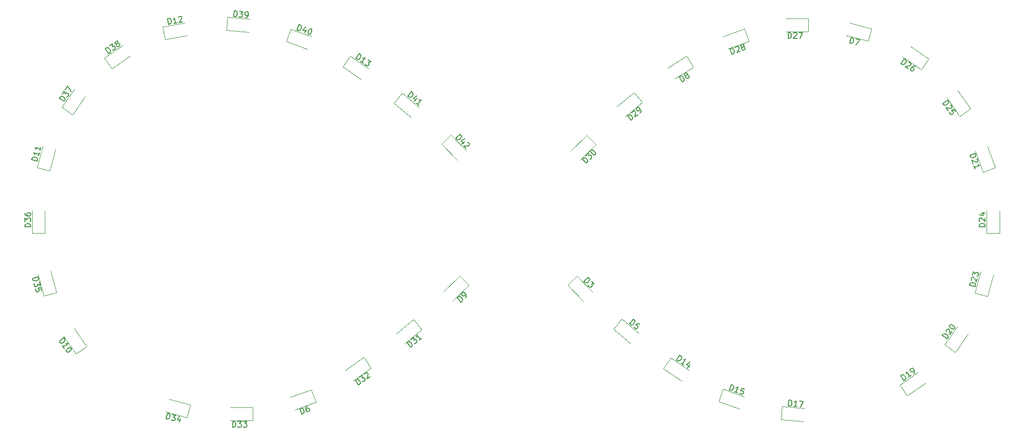
<source format=gbr>
%TF.GenerationSoftware,KiCad,Pcbnew,8.0.1*%
%TF.CreationDate,2024-06-21T13:13:52-04:00*%
%TF.ProjectId,CHV_DC32,4348565f-4443-4333-922e-6b696361645f,rev?*%
%TF.SameCoordinates,Original*%
%TF.FileFunction,OtherDrawing,Comment*%
%FSLAX46Y46*%
G04 Gerber Fmt 4.6, Leading zero omitted, Abs format (unit mm)*
G04 Created by KiCad (PCBNEW 8.0.1) date 2024-06-21 13:13:52*
%MOMM*%
%LPD*%
G01*
G04 APERTURE LIST*
%ADD10C,0.150000*%
%ADD11C,0.120000*%
G04 APERTURE END LIST*
D10*
X80144741Y-41403291D02*
X79571165Y-40584139D01*
X79571165Y-40584139D02*
X79766201Y-40447573D01*
X79766201Y-40447573D02*
X79910536Y-40404641D01*
X79910536Y-40404641D02*
X80043177Y-40428029D01*
X80043177Y-40428029D02*
X80136810Y-40478731D01*
X80136810Y-40478731D02*
X80285070Y-40607446D01*
X80285070Y-40607446D02*
X80367010Y-40724468D01*
X80367010Y-40724468D02*
X80437255Y-40907810D01*
X80437255Y-40907810D02*
X80452874Y-41013138D01*
X80452874Y-41013138D02*
X80429486Y-41145779D01*
X80429486Y-41145779D02*
X80339778Y-41266725D01*
X80339778Y-41266725D02*
X80144741Y-41403291D01*
X80312302Y-40065189D02*
X80819397Y-39710118D01*
X80819397Y-39710118D02*
X80764851Y-40213368D01*
X80764851Y-40213368D02*
X80881873Y-40131428D01*
X80881873Y-40131428D02*
X80987201Y-40115809D01*
X80987201Y-40115809D02*
X81053521Y-40127503D01*
X81053521Y-40127503D02*
X81147155Y-40178205D01*
X81147155Y-40178205D02*
X81283720Y-40373241D01*
X81283720Y-40373241D02*
X81299339Y-40478569D01*
X81299339Y-40478569D02*
X81287645Y-40544889D01*
X81287645Y-40544889D02*
X81236944Y-40638523D01*
X81236944Y-40638523D02*
X81002901Y-40802402D01*
X81002901Y-40802402D02*
X80897573Y-40818021D01*
X80897573Y-40818021D02*
X80831253Y-40806327D01*
X81533302Y-39733425D02*
X81427974Y-39749044D01*
X81427974Y-39749044D02*
X81361654Y-39737350D01*
X81361654Y-39737350D02*
X81268020Y-39686649D01*
X81268020Y-39686649D02*
X81240707Y-39647641D01*
X81240707Y-39647641D02*
X81225088Y-39542314D01*
X81225088Y-39542314D02*
X81236782Y-39475993D01*
X81236782Y-39475993D02*
X81287483Y-39382360D01*
X81287483Y-39382360D02*
X81443512Y-39273107D01*
X81443512Y-39273107D02*
X81548840Y-39257488D01*
X81548840Y-39257488D02*
X81615161Y-39269182D01*
X81615161Y-39269182D02*
X81708794Y-39319884D01*
X81708794Y-39319884D02*
X81736107Y-39358891D01*
X81736107Y-39358891D02*
X81751726Y-39464218D01*
X81751726Y-39464218D02*
X81740032Y-39530539D01*
X81740032Y-39530539D02*
X81689331Y-39624172D01*
X81689331Y-39624172D02*
X81533302Y-39733425D01*
X81533302Y-39733425D02*
X81482601Y-39827059D01*
X81482601Y-39827059D02*
X81470907Y-39893379D01*
X81470907Y-39893379D02*
X81486526Y-39998707D01*
X81486526Y-39998707D02*
X81595778Y-40154736D01*
X81595778Y-40154736D02*
X81689412Y-40205437D01*
X81689412Y-40205437D02*
X81755732Y-40217131D01*
X81755732Y-40217131D02*
X81861060Y-40201512D01*
X81861060Y-40201512D02*
X82017089Y-40092259D01*
X82017089Y-40092259D02*
X82067790Y-39998626D01*
X82067790Y-39998626D02*
X82079484Y-39932305D01*
X82079484Y-39932305D02*
X82063865Y-39826978D01*
X82063865Y-39826978D02*
X81954613Y-39670949D01*
X81954613Y-39670949D02*
X81860979Y-39620247D01*
X81860979Y-39620247D02*
X81794659Y-39608553D01*
X81794659Y-39608553D02*
X81689331Y-39624172D01*
X217900532Y-43166937D02*
X218474109Y-42347785D01*
X218474109Y-42347785D02*
X218669145Y-42484351D01*
X218669145Y-42484351D02*
X218758854Y-42605297D01*
X218758854Y-42605297D02*
X218782242Y-42737938D01*
X218782242Y-42737938D02*
X218766623Y-42843266D01*
X218766623Y-42843266D02*
X218696377Y-43026608D01*
X218696377Y-43026608D02*
X218614438Y-43143630D01*
X218614438Y-43143630D02*
X218466178Y-43272345D01*
X218466178Y-43272345D02*
X218372544Y-43323047D01*
X218372544Y-43323047D02*
X218239903Y-43346435D01*
X218239903Y-43346435D02*
X218095569Y-43303503D01*
X218095569Y-43303503D02*
X217900532Y-43166937D01*
X219199627Y-42972062D02*
X219265948Y-42960368D01*
X219265948Y-42960368D02*
X219371275Y-42975987D01*
X219371275Y-42975987D02*
X219566312Y-43112553D01*
X219566312Y-43112553D02*
X219617013Y-43206187D01*
X219617013Y-43206187D02*
X219628707Y-43272507D01*
X219628707Y-43272507D02*
X219613088Y-43377835D01*
X219613088Y-43377835D02*
X219558461Y-43455849D01*
X219558461Y-43455849D02*
X219437515Y-43545558D01*
X219437515Y-43545558D02*
X218641670Y-43685887D01*
X218641670Y-43685887D02*
X219148764Y-44040958D01*
X220424471Y-43713443D02*
X220268442Y-43604190D01*
X220268442Y-43604190D02*
X220163114Y-43588571D01*
X220163114Y-43588571D02*
X220096794Y-43600265D01*
X220096794Y-43600265D02*
X219936840Y-43662661D01*
X219936840Y-43662661D02*
X219788580Y-43791376D01*
X219788580Y-43791376D02*
X219570075Y-44103434D01*
X219570075Y-44103434D02*
X219554456Y-44208762D01*
X219554456Y-44208762D02*
X219566150Y-44275082D01*
X219566150Y-44275082D02*
X219616851Y-44368716D01*
X219616851Y-44368716D02*
X219772880Y-44477969D01*
X219772880Y-44477969D02*
X219878208Y-44493588D01*
X219878208Y-44493588D02*
X219944528Y-44481894D01*
X219944528Y-44481894D02*
X220038162Y-44431192D01*
X220038162Y-44431192D02*
X220174727Y-44236156D01*
X220174727Y-44236156D02*
X220190346Y-44130828D01*
X220190346Y-44130828D02*
X220178652Y-44064508D01*
X220178652Y-44064508D02*
X220127951Y-43970875D01*
X220127951Y-43970875D02*
X219971922Y-43861622D01*
X219971922Y-43861622D02*
X219866594Y-43846003D01*
X219866594Y-43846003D02*
X219800274Y-43857697D01*
X219800274Y-43857697D02*
X219706640Y-43908398D01*
X112900864Y-37326837D02*
X113242884Y-36387145D01*
X113242884Y-36387145D02*
X113466620Y-36468578D01*
X113466620Y-36468578D02*
X113584575Y-36562185D01*
X113584575Y-36562185D02*
X113641497Y-36684253D01*
X113641497Y-36684253D02*
X113653671Y-36790035D01*
X113653671Y-36790035D02*
X113633271Y-36985310D01*
X113633271Y-36985310D02*
X113584411Y-37119552D01*
X113584411Y-37119552D02*
X113474517Y-37282254D01*
X113474517Y-37282254D02*
X113397197Y-37355462D01*
X113397197Y-37355462D02*
X113275129Y-37412384D01*
X113275129Y-37412384D02*
X113124600Y-37408271D01*
X113124600Y-37408271D02*
X112900864Y-37326837D01*
X114471295Y-37188976D02*
X114243282Y-37815438D01*
X114377852Y-36749564D02*
X113909816Y-37339340D01*
X113909816Y-37339340D02*
X114491530Y-37551067D01*
X115256511Y-37120045D02*
X115346006Y-37152618D01*
X115346006Y-37152618D02*
X115419213Y-37229939D01*
X115419213Y-37229939D02*
X115447674Y-37290973D01*
X115447674Y-37290973D02*
X115459848Y-37396754D01*
X115459848Y-37396754D02*
X115439449Y-37592030D01*
X115439449Y-37592030D02*
X115358015Y-37815766D01*
X115358015Y-37815766D02*
X115248121Y-37978469D01*
X115248121Y-37978469D02*
X115170801Y-38051677D01*
X115170801Y-38051677D02*
X115109767Y-38080137D01*
X115109767Y-38080137D02*
X115003985Y-38092311D01*
X115003985Y-38092311D02*
X114914491Y-38059738D01*
X114914491Y-38059738D02*
X114841283Y-37982417D01*
X114841283Y-37982417D02*
X114812822Y-37921383D01*
X114812822Y-37921383D02*
X114800649Y-37815602D01*
X114800649Y-37815602D02*
X114821048Y-37620326D01*
X114821048Y-37620326D02*
X114902481Y-37396590D01*
X114902481Y-37396590D02*
X115012375Y-37233887D01*
X115012375Y-37233887D02*
X115089696Y-37160680D01*
X115089696Y-37160680D02*
X115150730Y-37132219D01*
X115150730Y-37132219D02*
X115256511Y-37120045D01*
X208973288Y-39581273D02*
X209232107Y-38615347D01*
X209232107Y-38615347D02*
X209462089Y-38676971D01*
X209462089Y-38676971D02*
X209587754Y-38759941D01*
X209587754Y-38759941D02*
X209655097Y-38876584D01*
X209655097Y-38876584D02*
X209676444Y-38980901D01*
X209676444Y-38980901D02*
X209673142Y-39177212D01*
X209673142Y-39177212D02*
X209636168Y-39315201D01*
X209636168Y-39315201D02*
X209540873Y-39486863D01*
X209540873Y-39486863D02*
X209470227Y-39566531D01*
X209470227Y-39566531D02*
X209353584Y-39633874D01*
X209353584Y-39633874D02*
X209203270Y-39642897D01*
X209203270Y-39642897D02*
X208973288Y-39581273D01*
X210106040Y-38849517D02*
X210749990Y-39022063D01*
X210749990Y-39022063D02*
X210077203Y-39877066D01*
X225935223Y-91061649D02*
X225116071Y-90488072D01*
X225116071Y-90488072D02*
X225252637Y-90293036D01*
X225252637Y-90293036D02*
X225373583Y-90203327D01*
X225373583Y-90203327D02*
X225506224Y-90179939D01*
X225506224Y-90179939D02*
X225611552Y-90195558D01*
X225611552Y-90195558D02*
X225794894Y-90265804D01*
X225794894Y-90265804D02*
X225911916Y-90347743D01*
X225911916Y-90347743D02*
X226040631Y-90496003D01*
X226040631Y-90496003D02*
X226091333Y-90589637D01*
X226091333Y-90589637D02*
X226114721Y-90722278D01*
X226114721Y-90722278D02*
X226071789Y-90866612D01*
X226071789Y-90866612D02*
X225935223Y-91061649D01*
X225740348Y-89762554D02*
X225728654Y-89696233D01*
X225728654Y-89696233D02*
X225744273Y-89590906D01*
X225744273Y-89590906D02*
X225880839Y-89395869D01*
X225880839Y-89395869D02*
X225974473Y-89345168D01*
X225974473Y-89345168D02*
X226040793Y-89333474D01*
X226040793Y-89333474D02*
X226146121Y-89349093D01*
X226146121Y-89349093D02*
X226224135Y-89403720D01*
X226224135Y-89403720D02*
X226313844Y-89524666D01*
X226313844Y-89524666D02*
X226454173Y-90320511D01*
X226454173Y-90320511D02*
X226809244Y-89813417D01*
X226345163Y-88732746D02*
X226399789Y-88654732D01*
X226399789Y-88654732D02*
X226493423Y-88604031D01*
X226493423Y-88604031D02*
X226559743Y-88592336D01*
X226559743Y-88592336D02*
X226665071Y-88607956D01*
X226665071Y-88607956D02*
X226848413Y-88678201D01*
X226848413Y-88678201D02*
X227043449Y-88814767D01*
X227043449Y-88814767D02*
X227172165Y-88963027D01*
X227172165Y-88963027D02*
X227222866Y-89056660D01*
X227222866Y-89056660D02*
X227234561Y-89122981D01*
X227234561Y-89122981D02*
X227218941Y-89228308D01*
X227218941Y-89228308D02*
X227164315Y-89306323D01*
X227164315Y-89306323D02*
X227070682Y-89357024D01*
X227070682Y-89357024D02*
X227004361Y-89368718D01*
X227004361Y-89368718D02*
X226899034Y-89353099D01*
X226899034Y-89353099D02*
X226715691Y-89282854D01*
X226715691Y-89282854D02*
X226520655Y-89146288D01*
X226520655Y-89146288D02*
X226391939Y-88998028D01*
X226391939Y-88998028D02*
X226341238Y-88904394D01*
X226341238Y-88904394D02*
X226329544Y-88838074D01*
X226329544Y-88838074D02*
X226345163Y-88732746D01*
X162793416Y-81087759D02*
X163500523Y-80380653D01*
X163500523Y-80380653D02*
X163668882Y-80549011D01*
X163668882Y-80549011D02*
X163736225Y-80683698D01*
X163736225Y-80683698D02*
X163736225Y-80818385D01*
X163736225Y-80818385D02*
X163702553Y-80919401D01*
X163702553Y-80919401D02*
X163601538Y-81087759D01*
X163601538Y-81087759D02*
X163500523Y-81188775D01*
X163500523Y-81188775D02*
X163332164Y-81289790D01*
X163332164Y-81289790D02*
X163231149Y-81323462D01*
X163231149Y-81323462D02*
X163096462Y-81323462D01*
X163096462Y-81323462D02*
X162961775Y-81256118D01*
X162961775Y-81256118D02*
X162793416Y-81087759D01*
X164140286Y-81020416D02*
X164578019Y-81458149D01*
X164578019Y-81458149D02*
X164072943Y-81491820D01*
X164072943Y-81491820D02*
X164173958Y-81592836D01*
X164173958Y-81592836D02*
X164207630Y-81693851D01*
X164207630Y-81693851D02*
X164207630Y-81761194D01*
X164207630Y-81761194D02*
X164173958Y-81862210D01*
X164173958Y-81862210D02*
X164005599Y-82030568D01*
X164005599Y-82030568D02*
X163904584Y-82064240D01*
X163904584Y-82064240D02*
X163837240Y-82064240D01*
X163837240Y-82064240D02*
X163736225Y-82030568D01*
X163736225Y-82030568D02*
X163534195Y-81828538D01*
X163534195Y-81828538D02*
X163500523Y-81727523D01*
X163500523Y-81727523D02*
X163500523Y-81660179D01*
X123138350Y-42260223D02*
X123711927Y-41441071D01*
X123711927Y-41441071D02*
X123906963Y-41577637D01*
X123906963Y-41577637D02*
X123996672Y-41698583D01*
X123996672Y-41698583D02*
X124020060Y-41831224D01*
X124020060Y-41831224D02*
X124004441Y-41936552D01*
X124004441Y-41936552D02*
X123934195Y-42119894D01*
X123934195Y-42119894D02*
X123852256Y-42236916D01*
X123852256Y-42236916D02*
X123703996Y-42365631D01*
X123703996Y-42365631D02*
X123610362Y-42416333D01*
X123610362Y-42416333D02*
X123477721Y-42439721D01*
X123477721Y-42439721D02*
X123333387Y-42396789D01*
X123333387Y-42396789D02*
X123138350Y-42260223D01*
X124386582Y-43134244D02*
X123918495Y-42806486D01*
X124152539Y-42970365D02*
X124726115Y-42151213D01*
X124726115Y-42151213D02*
X124566161Y-42213608D01*
X124566161Y-42213608D02*
X124433520Y-42236997D01*
X124433520Y-42236997D02*
X124328193Y-42221377D01*
X125233209Y-42506284D02*
X125740303Y-42861355D01*
X125740303Y-42861355D02*
X125248747Y-42982221D01*
X125248747Y-42982221D02*
X125365769Y-43064161D01*
X125365769Y-43064161D02*
X125416470Y-43157794D01*
X125416470Y-43157794D02*
X125428164Y-43224114D01*
X125428164Y-43224114D02*
X125412545Y-43329442D01*
X125412545Y-43329442D02*
X125275980Y-43524478D01*
X125275980Y-43524478D02*
X125182346Y-43575180D01*
X125182346Y-43575180D02*
X125116026Y-43586874D01*
X125116026Y-43586874D02*
X125010698Y-43571255D01*
X125010698Y-43571255D02*
X124776654Y-43407376D01*
X124776654Y-43407376D02*
X124725953Y-43313742D01*
X124725953Y-43313742D02*
X124714259Y-43247422D01*
X66876066Y-80538560D02*
X67841992Y-80279741D01*
X67841992Y-80279741D02*
X67903615Y-80509724D01*
X67903615Y-80509724D02*
X67894593Y-80660038D01*
X67894593Y-80660038D02*
X67827249Y-80776680D01*
X67827249Y-80776680D02*
X67747581Y-80847326D01*
X67747581Y-80847326D02*
X67575920Y-80942621D01*
X67575920Y-80942621D02*
X67437931Y-80979596D01*
X67437931Y-80979596D02*
X67241620Y-80982898D01*
X67241620Y-80982898D02*
X67137302Y-80961551D01*
X67137302Y-80961551D02*
X67020660Y-80894207D01*
X67020660Y-80894207D02*
X66937689Y-80768543D01*
X66937689Y-80768543D02*
X66876066Y-80538560D01*
X68076161Y-81153674D02*
X68236383Y-81751628D01*
X68236383Y-81751628D02*
X67782138Y-81528251D01*
X67782138Y-81528251D02*
X67819112Y-81666240D01*
X67819112Y-81666240D02*
X67797765Y-81770558D01*
X67797765Y-81770558D02*
X67764093Y-81828879D01*
X67764093Y-81828879D02*
X67684425Y-81899525D01*
X67684425Y-81899525D02*
X67454443Y-81961148D01*
X67454443Y-81961148D02*
X67350125Y-81939801D01*
X67350125Y-81939801D02*
X67291804Y-81906130D01*
X67291804Y-81906130D02*
X67221158Y-81826461D01*
X67221158Y-81826461D02*
X67147210Y-81550483D01*
X67147210Y-81550483D02*
X67168557Y-81446165D01*
X67168557Y-81446165D02*
X67202228Y-81387844D01*
X68470552Y-82625561D02*
X68347305Y-82165597D01*
X68347305Y-82165597D02*
X67875016Y-82242847D01*
X67875016Y-82242847D02*
X67933337Y-82276519D01*
X67933337Y-82276519D02*
X68003983Y-82356187D01*
X68003983Y-82356187D02*
X68065606Y-82586170D01*
X68065606Y-82586170D02*
X68044259Y-82690487D01*
X68044259Y-82690487D02*
X68010587Y-82748808D01*
X68010587Y-82748808D02*
X67930919Y-82819454D01*
X67930919Y-82819454D02*
X67700937Y-82881078D01*
X67700937Y-82881078D02*
X67596619Y-82859731D01*
X67596619Y-82859731D02*
X67538298Y-82826059D01*
X67538298Y-82826059D02*
X67467652Y-82746391D01*
X67467652Y-82746391D02*
X67406029Y-82516409D01*
X67406029Y-82516409D02*
X67427376Y-82412091D01*
X67427376Y-82412091D02*
X67461047Y-82353770D01*
X132657028Y-92523140D02*
X132014240Y-91757096D01*
X132014240Y-91757096D02*
X132196632Y-91604051D01*
X132196632Y-91604051D02*
X132336675Y-91548702D01*
X132336675Y-91548702D02*
X132470850Y-91560441D01*
X132470850Y-91560441D02*
X132568546Y-91602789D01*
X132568546Y-91602789D02*
X132727460Y-91718093D01*
X132727460Y-91718093D02*
X132819287Y-91827528D01*
X132819287Y-91827528D02*
X132905244Y-92004050D01*
X132905244Y-92004050D02*
X132929984Y-92107616D01*
X132929984Y-92107616D02*
X132918245Y-92241790D01*
X132918245Y-92241790D02*
X132839419Y-92370095D01*
X132839419Y-92370095D02*
X132657028Y-92523140D01*
X132707328Y-91175526D02*
X133181546Y-90777610D01*
X133181546Y-90777610D02*
X133171069Y-91283699D01*
X133171069Y-91283699D02*
X133280504Y-91191872D01*
X133280504Y-91191872D02*
X133384070Y-91167132D01*
X133384070Y-91167132D02*
X133451157Y-91173002D01*
X133451157Y-91173002D02*
X133548853Y-91215349D01*
X133548853Y-91215349D02*
X133701898Y-91397741D01*
X133701898Y-91397741D02*
X133726637Y-91501306D01*
X133726637Y-91501306D02*
X133720768Y-91568394D01*
X133720768Y-91568394D02*
X133678420Y-91666090D01*
X133678420Y-91666090D02*
X133459550Y-91849743D01*
X133459550Y-91849743D02*
X133355985Y-91874483D01*
X133355985Y-91874483D02*
X133288898Y-91868614D01*
X134553900Y-90931475D02*
X134116160Y-91298783D01*
X134335030Y-91115129D02*
X133692242Y-90349085D01*
X133692242Y-90349085D02*
X133711112Y-90519737D01*
X133711112Y-90519737D02*
X133699374Y-90653912D01*
X133699374Y-90653912D02*
X133657026Y-90751608D01*
X232534819Y-71564285D02*
X231534819Y-71564285D01*
X231534819Y-71564285D02*
X231534819Y-71326190D01*
X231534819Y-71326190D02*
X231582438Y-71183333D01*
X231582438Y-71183333D02*
X231677676Y-71088095D01*
X231677676Y-71088095D02*
X231772914Y-71040476D01*
X231772914Y-71040476D02*
X231963390Y-70992857D01*
X231963390Y-70992857D02*
X232106247Y-70992857D01*
X232106247Y-70992857D02*
X232296723Y-71040476D01*
X232296723Y-71040476D02*
X232391961Y-71088095D01*
X232391961Y-71088095D02*
X232487200Y-71183333D01*
X232487200Y-71183333D02*
X232534819Y-71326190D01*
X232534819Y-71326190D02*
X232534819Y-71564285D01*
X231630057Y-70611904D02*
X231582438Y-70564285D01*
X231582438Y-70564285D02*
X231534819Y-70469047D01*
X231534819Y-70469047D02*
X231534819Y-70230952D01*
X231534819Y-70230952D02*
X231582438Y-70135714D01*
X231582438Y-70135714D02*
X231630057Y-70088095D01*
X231630057Y-70088095D02*
X231725295Y-70040476D01*
X231725295Y-70040476D02*
X231820533Y-70040476D01*
X231820533Y-70040476D02*
X231963390Y-70088095D01*
X231963390Y-70088095D02*
X232534819Y-70659523D01*
X232534819Y-70659523D02*
X232534819Y-70040476D01*
X231868152Y-69183333D02*
X232534819Y-69183333D01*
X231487200Y-69421428D02*
X232201485Y-69659523D01*
X232201485Y-69659523D02*
X232201485Y-69040476D01*
X141436627Y-84655451D02*
X140729521Y-83948344D01*
X140729521Y-83948344D02*
X140897879Y-83779985D01*
X140897879Y-83779985D02*
X141032566Y-83712642D01*
X141032566Y-83712642D02*
X141167253Y-83712642D01*
X141167253Y-83712642D02*
X141268269Y-83746314D01*
X141268269Y-83746314D02*
X141436627Y-83847329D01*
X141436627Y-83847329D02*
X141537643Y-83948344D01*
X141537643Y-83948344D02*
X141638658Y-84116703D01*
X141638658Y-84116703D02*
X141672330Y-84217718D01*
X141672330Y-84217718D02*
X141672330Y-84352405D01*
X141672330Y-84352405D02*
X141604986Y-84487092D01*
X141604986Y-84487092D02*
X141436627Y-84655451D01*
X142177406Y-83914672D02*
X142312093Y-83779985D01*
X142312093Y-83779985D02*
X142345765Y-83678970D01*
X142345765Y-83678970D02*
X142345765Y-83611627D01*
X142345765Y-83611627D02*
X142312093Y-83443268D01*
X142312093Y-83443268D02*
X142211078Y-83274909D01*
X142211078Y-83274909D02*
X141941704Y-83005535D01*
X141941704Y-83005535D02*
X141840688Y-82971863D01*
X141840688Y-82971863D02*
X141773345Y-82971863D01*
X141773345Y-82971863D02*
X141672330Y-83005535D01*
X141672330Y-83005535D02*
X141537643Y-83140222D01*
X141537643Y-83140222D02*
X141503971Y-83241237D01*
X141503971Y-83241237D02*
X141503971Y-83308581D01*
X141503971Y-83308581D02*
X141537643Y-83409596D01*
X141537643Y-83409596D02*
X141706001Y-83577955D01*
X141706001Y-83577955D02*
X141807017Y-83611627D01*
X141807017Y-83611627D02*
X141874360Y-83611627D01*
X141874360Y-83611627D02*
X141975375Y-83577955D01*
X141975375Y-83577955D02*
X142110062Y-83443268D01*
X142110062Y-83443268D02*
X142143734Y-83342253D01*
X142143734Y-83342253D02*
X142143734Y-83274909D01*
X142143734Y-83274909D02*
X142110062Y-83173894D01*
X90111027Y-104945679D02*
X90369846Y-103979753D01*
X90369846Y-103979753D02*
X90599828Y-104041376D01*
X90599828Y-104041376D02*
X90725493Y-104124347D01*
X90725493Y-104124347D02*
X90792836Y-104240989D01*
X90792836Y-104240989D02*
X90814183Y-104345307D01*
X90814183Y-104345307D02*
X90810881Y-104541618D01*
X90810881Y-104541618D02*
X90773907Y-104679607D01*
X90773907Y-104679607D02*
X90678611Y-104851268D01*
X90678611Y-104851268D02*
X90607966Y-104930936D01*
X90607966Y-104930936D02*
X90491323Y-104998280D01*
X90491323Y-104998280D02*
X90341009Y-105007302D01*
X90341009Y-105007302D02*
X90111027Y-104945679D01*
X91243779Y-104213922D02*
X91841733Y-104374144D01*
X91841733Y-104374144D02*
X91421160Y-104655843D01*
X91421160Y-104655843D02*
X91559149Y-104692817D01*
X91559149Y-104692817D02*
X91638817Y-104763463D01*
X91638817Y-104763463D02*
X91672489Y-104821784D01*
X91672489Y-104821784D02*
X91693836Y-104926101D01*
X91693836Y-104926101D02*
X91632213Y-105156084D01*
X91632213Y-105156084D02*
X91561567Y-105235752D01*
X91561567Y-105235752D02*
X91503245Y-105269424D01*
X91503245Y-105269424D02*
X91398928Y-105290771D01*
X91398928Y-105290771D02*
X91122949Y-105216822D01*
X91122949Y-105216822D02*
X91043281Y-105146177D01*
X91043281Y-105146177D02*
X91009609Y-105087855D01*
X92583396Y-104917964D02*
X92410850Y-105561915D01*
X92452012Y-104488369D02*
X92037158Y-105116692D01*
X92037158Y-105116692D02*
X92635113Y-105276913D01*
X225193098Y-50106910D02*
X226012250Y-49533334D01*
X226012250Y-49533334D02*
X226148816Y-49728370D01*
X226148816Y-49728370D02*
X226191748Y-49872705D01*
X226191748Y-49872705D02*
X226168360Y-50005346D01*
X226168360Y-50005346D02*
X226117658Y-50098979D01*
X226117658Y-50098979D02*
X225988943Y-50247239D01*
X225988943Y-50247239D02*
X225871921Y-50329179D01*
X225871921Y-50329179D02*
X225688579Y-50399424D01*
X225688579Y-50399424D02*
X225583251Y-50415043D01*
X225583251Y-50415043D02*
X225450610Y-50391655D01*
X225450610Y-50391655D02*
X225329664Y-50301947D01*
X225329664Y-50301947D02*
X225193098Y-50106910D01*
X226480499Y-50368105D02*
X226546819Y-50379799D01*
X226546819Y-50379799D02*
X226640453Y-50430500D01*
X226640453Y-50430500D02*
X226777018Y-50625537D01*
X226777018Y-50625537D02*
X226792638Y-50730864D01*
X226792638Y-50730864D02*
X226780943Y-50797185D01*
X226780943Y-50797185D02*
X226730242Y-50890818D01*
X226730242Y-50890818D02*
X226652228Y-50945445D01*
X226652228Y-50945445D02*
X226507893Y-50988377D01*
X226507893Y-50988377D02*
X225712048Y-50848048D01*
X225712048Y-50848048D02*
X226067119Y-51355142D01*
X227405221Y-51522703D02*
X227132090Y-51132631D01*
X227132090Y-51132631D02*
X226714704Y-51366755D01*
X226714704Y-51366755D02*
X226781024Y-51378449D01*
X226781024Y-51378449D02*
X226874658Y-51429151D01*
X226874658Y-51429151D02*
X227011224Y-51624187D01*
X227011224Y-51624187D02*
X227026843Y-51729514D01*
X227026843Y-51729514D02*
X227015149Y-51795835D01*
X227015149Y-51795835D02*
X226964448Y-51889468D01*
X226964448Y-51889468D02*
X226769411Y-52026034D01*
X226769411Y-52026034D02*
X226664084Y-52041653D01*
X226664084Y-52041653D02*
X226597763Y-52029959D01*
X226597763Y-52029959D02*
X226504130Y-51979258D01*
X226504130Y-51979258D02*
X226367564Y-51784222D01*
X226367564Y-51784222D02*
X226351945Y-51678894D01*
X226351945Y-51678894D02*
X226363639Y-51612574D01*
X90542100Y-36341417D02*
X90368452Y-35356610D01*
X90368452Y-35356610D02*
X90602930Y-35315265D01*
X90602930Y-35315265D02*
X90751886Y-35337354D01*
X90751886Y-35337354D02*
X90862215Y-35414607D01*
X90862215Y-35414607D02*
X90925648Y-35500129D01*
X90925648Y-35500129D02*
X91005620Y-35679443D01*
X91005620Y-35679443D02*
X91030427Y-35820129D01*
X91030427Y-35820129D02*
X91016607Y-36015981D01*
X91016607Y-36015981D02*
X90986249Y-36118041D01*
X90986249Y-36118041D02*
X90908996Y-36228370D01*
X90908996Y-36228370D02*
X90776578Y-36300073D01*
X90776578Y-36300073D02*
X90542100Y-36341417D01*
X92042759Y-36076811D02*
X91480012Y-36176038D01*
X91761386Y-36126424D02*
X91587738Y-35141617D01*
X91587738Y-35141617D02*
X91518753Y-35298841D01*
X91518753Y-35298841D02*
X91441500Y-35409170D01*
X91441500Y-35409170D02*
X91355978Y-35472604D01*
X92260814Y-35119642D02*
X92299441Y-35064478D01*
X92299441Y-35064478D02*
X92384963Y-35001044D01*
X92384963Y-35001044D02*
X92619441Y-34959699D01*
X92619441Y-34959699D02*
X92721501Y-34990057D01*
X92721501Y-34990057D02*
X92776666Y-35028684D01*
X92776666Y-35028684D02*
X92840099Y-35114206D01*
X92840099Y-35114206D02*
X92856637Y-35207997D01*
X92856637Y-35207997D02*
X92834548Y-35356953D01*
X92834548Y-35356953D02*
X92371029Y-36018928D01*
X92371029Y-36018928D02*
X92980672Y-35911431D01*
X72385223Y-49761649D02*
X71566071Y-49188072D01*
X71566071Y-49188072D02*
X71702637Y-48993036D01*
X71702637Y-48993036D02*
X71823583Y-48903327D01*
X71823583Y-48903327D02*
X71956224Y-48879939D01*
X71956224Y-48879939D02*
X72061552Y-48895558D01*
X72061552Y-48895558D02*
X72244894Y-48965804D01*
X72244894Y-48965804D02*
X72361916Y-49047743D01*
X72361916Y-49047743D02*
X72490631Y-49196003D01*
X72490631Y-49196003D02*
X72541333Y-49289637D01*
X72541333Y-49289637D02*
X72564721Y-49422278D01*
X72564721Y-49422278D02*
X72521789Y-49566612D01*
X72521789Y-49566612D02*
X72385223Y-49761649D01*
X72085021Y-48446935D02*
X72440092Y-47939841D01*
X72440092Y-47939841D02*
X72560958Y-48431397D01*
X72560958Y-48431397D02*
X72642897Y-48314375D01*
X72642897Y-48314375D02*
X72736531Y-48263673D01*
X72736531Y-48263673D02*
X72802851Y-48251979D01*
X72802851Y-48251979D02*
X72908179Y-48267598D01*
X72908179Y-48267598D02*
X73103215Y-48404164D01*
X73103215Y-48404164D02*
X73153916Y-48497798D01*
X73153916Y-48497798D02*
X73165610Y-48564118D01*
X73165610Y-48564118D02*
X73149991Y-48669446D01*
X73149991Y-48669446D02*
X72986112Y-48903489D01*
X72986112Y-48903489D02*
X72892479Y-48954191D01*
X72892479Y-48954191D02*
X72826158Y-48965885D01*
X72631284Y-47666790D02*
X73013668Y-47120688D01*
X73013668Y-47120688D02*
X73587002Y-48045330D01*
X163174909Y-60517169D02*
X162467803Y-59810062D01*
X162467803Y-59810062D02*
X162636161Y-59641703D01*
X162636161Y-59641703D02*
X162770848Y-59574360D01*
X162770848Y-59574360D02*
X162905535Y-59574360D01*
X162905535Y-59574360D02*
X163006551Y-59608032D01*
X163006551Y-59608032D02*
X163174909Y-59709047D01*
X163174909Y-59709047D02*
X163275925Y-59810062D01*
X163275925Y-59810062D02*
X163376940Y-59978421D01*
X163376940Y-59978421D02*
X163410612Y-60079436D01*
X163410612Y-60079436D02*
X163410612Y-60214123D01*
X163410612Y-60214123D02*
X163343268Y-60348810D01*
X163343268Y-60348810D02*
X163174909Y-60517169D01*
X163107566Y-59170299D02*
X163545299Y-58732566D01*
X163545299Y-58732566D02*
X163578970Y-59237642D01*
X163578970Y-59237642D02*
X163679986Y-59136627D01*
X163679986Y-59136627D02*
X163781001Y-59102955D01*
X163781001Y-59102955D02*
X163848344Y-59102955D01*
X163848344Y-59102955D02*
X163949360Y-59136627D01*
X163949360Y-59136627D02*
X164117718Y-59304986D01*
X164117718Y-59304986D02*
X164151390Y-59406001D01*
X164151390Y-59406001D02*
X164151390Y-59473345D01*
X164151390Y-59473345D02*
X164117718Y-59574360D01*
X164117718Y-59574360D02*
X163915688Y-59776390D01*
X163915688Y-59776390D02*
X163814673Y-59810062D01*
X163814673Y-59810062D02*
X163747329Y-59810062D01*
X163983032Y-58294833D02*
X164050375Y-58227490D01*
X164050375Y-58227490D02*
X164151390Y-58193818D01*
X164151390Y-58193818D02*
X164218734Y-58193818D01*
X164218734Y-58193818D02*
X164319749Y-58227490D01*
X164319749Y-58227490D02*
X164488108Y-58328505D01*
X164488108Y-58328505D02*
X164656467Y-58496864D01*
X164656467Y-58496864D02*
X164757482Y-58665222D01*
X164757482Y-58665222D02*
X164791154Y-58766238D01*
X164791154Y-58766238D02*
X164791154Y-58833581D01*
X164791154Y-58833581D02*
X164757482Y-58934596D01*
X164757482Y-58934596D02*
X164690138Y-59001940D01*
X164690138Y-59001940D02*
X164589123Y-59035612D01*
X164589123Y-59035612D02*
X164521780Y-59035612D01*
X164521780Y-59035612D02*
X164420764Y-59001940D01*
X164420764Y-59001940D02*
X164252406Y-58900925D01*
X164252406Y-58900925D02*
X164084047Y-58732566D01*
X164084047Y-58732566D02*
X163983032Y-58564207D01*
X163983032Y-58564207D02*
X163949360Y-58463192D01*
X163949360Y-58463192D02*
X163949360Y-58395848D01*
X163949360Y-58395848D02*
X163983032Y-58294833D01*
X113709452Y-104140075D02*
X113367431Y-103200382D01*
X113367431Y-103200382D02*
X113591168Y-103118949D01*
X113591168Y-103118949D02*
X113741696Y-103114836D01*
X113741696Y-103114836D02*
X113863764Y-103171757D01*
X113863764Y-103171757D02*
X113941085Y-103244965D01*
X113941085Y-103244965D02*
X114050979Y-103407668D01*
X114050979Y-103407668D02*
X114099839Y-103541909D01*
X114099839Y-103541909D02*
X114120238Y-103737185D01*
X114120238Y-103737185D02*
X114108064Y-103842966D01*
X114108064Y-103842966D02*
X114051143Y-103965034D01*
X114051143Y-103965034D02*
X113933188Y-104058642D01*
X113933188Y-104058642D02*
X113709452Y-104140075D01*
X114709849Y-102711782D02*
X114530860Y-102776929D01*
X114530860Y-102776929D02*
X114457653Y-102854249D01*
X114457653Y-102854249D02*
X114429192Y-102915283D01*
X114429192Y-102915283D02*
X114388557Y-103082098D01*
X114388557Y-103082098D02*
X114408957Y-103277374D01*
X114408957Y-103277374D02*
X114539250Y-103635352D01*
X114539250Y-103635352D02*
X114616571Y-103708560D01*
X114616571Y-103708560D02*
X114677605Y-103737021D01*
X114677605Y-103737021D02*
X114783386Y-103749195D01*
X114783386Y-103749195D02*
X114962375Y-103684048D01*
X114962375Y-103684048D02*
X115035583Y-103606727D01*
X115035583Y-103606727D02*
X115064044Y-103545693D01*
X115064044Y-103545693D02*
X115076217Y-103439912D01*
X115076217Y-103439912D02*
X114994784Y-103216176D01*
X114994784Y-103216176D02*
X114917463Y-103142968D01*
X114917463Y-103142968D02*
X114856430Y-103114507D01*
X114856430Y-103114507D02*
X114750648Y-103102334D01*
X114750648Y-103102334D02*
X114571659Y-103167480D01*
X114571659Y-103167480D02*
X114498451Y-103244801D01*
X114498451Y-103244801D02*
X114469991Y-103305835D01*
X114469991Y-103305835D02*
X114457817Y-103411616D01*
X123585097Y-99084908D02*
X123011521Y-98265756D01*
X123011521Y-98265756D02*
X123206557Y-98129190D01*
X123206557Y-98129190D02*
X123350892Y-98086258D01*
X123350892Y-98086258D02*
X123483533Y-98109646D01*
X123483533Y-98109646D02*
X123577166Y-98160348D01*
X123577166Y-98160348D02*
X123725426Y-98289063D01*
X123725426Y-98289063D02*
X123807366Y-98406085D01*
X123807366Y-98406085D02*
X123877611Y-98589427D01*
X123877611Y-98589427D02*
X123893230Y-98694755D01*
X123893230Y-98694755D02*
X123869842Y-98827396D01*
X123869842Y-98827396D02*
X123780134Y-98948342D01*
X123780134Y-98948342D02*
X123585097Y-99084908D01*
X123752658Y-97746806D02*
X124259753Y-97391735D01*
X124259753Y-97391735D02*
X124205207Y-97894985D01*
X124205207Y-97894985D02*
X124322229Y-97813045D01*
X124322229Y-97813045D02*
X124427557Y-97797426D01*
X124427557Y-97797426D02*
X124493877Y-97809120D01*
X124493877Y-97809120D02*
X124587511Y-97859822D01*
X124587511Y-97859822D02*
X124724076Y-98054858D01*
X124724076Y-98054858D02*
X124739695Y-98160186D01*
X124739695Y-98160186D02*
X124728001Y-98226506D01*
X124728001Y-98226506D02*
X124677300Y-98320140D01*
X124677300Y-98320140D02*
X124443257Y-98484019D01*
X124443257Y-98484019D02*
X124337929Y-98499638D01*
X124337929Y-98499638D02*
X124271609Y-98487944D01*
X124626437Y-97251244D02*
X124638131Y-97184924D01*
X124638131Y-97184924D02*
X124688832Y-97091290D01*
X124688832Y-97091290D02*
X124883868Y-96954724D01*
X124883868Y-96954724D02*
X124989196Y-96939105D01*
X124989196Y-96939105D02*
X125055517Y-96950799D01*
X125055517Y-96950799D02*
X125149150Y-97001501D01*
X125149150Y-97001501D02*
X125203776Y-97079515D01*
X125203776Y-97079515D02*
X125246709Y-97223850D01*
X125246709Y-97223850D02*
X125106380Y-98019695D01*
X125106380Y-98019695D02*
X125613474Y-97664624D01*
X66559819Y-71589285D02*
X65559819Y-71589285D01*
X65559819Y-71589285D02*
X65559819Y-71351190D01*
X65559819Y-71351190D02*
X65607438Y-71208333D01*
X65607438Y-71208333D02*
X65702676Y-71113095D01*
X65702676Y-71113095D02*
X65797914Y-71065476D01*
X65797914Y-71065476D02*
X65988390Y-71017857D01*
X65988390Y-71017857D02*
X66131247Y-71017857D01*
X66131247Y-71017857D02*
X66321723Y-71065476D01*
X66321723Y-71065476D02*
X66416961Y-71113095D01*
X66416961Y-71113095D02*
X66512200Y-71208333D01*
X66512200Y-71208333D02*
X66559819Y-71351190D01*
X66559819Y-71351190D02*
X66559819Y-71589285D01*
X65559819Y-70684523D02*
X65559819Y-70065476D01*
X65559819Y-70065476D02*
X65940771Y-70398809D01*
X65940771Y-70398809D02*
X65940771Y-70255952D01*
X65940771Y-70255952D02*
X65988390Y-70160714D01*
X65988390Y-70160714D02*
X66036009Y-70113095D01*
X66036009Y-70113095D02*
X66131247Y-70065476D01*
X66131247Y-70065476D02*
X66369342Y-70065476D01*
X66369342Y-70065476D02*
X66464580Y-70113095D01*
X66464580Y-70113095D02*
X66512200Y-70160714D01*
X66512200Y-70160714D02*
X66559819Y-70255952D01*
X66559819Y-70255952D02*
X66559819Y-70541666D01*
X66559819Y-70541666D02*
X66512200Y-70636904D01*
X66512200Y-70636904D02*
X66464580Y-70684523D01*
X65559819Y-69208333D02*
X65559819Y-69398809D01*
X65559819Y-69398809D02*
X65607438Y-69494047D01*
X65607438Y-69494047D02*
X65655057Y-69541666D01*
X65655057Y-69541666D02*
X65797914Y-69636904D01*
X65797914Y-69636904D02*
X65988390Y-69684523D01*
X65988390Y-69684523D02*
X66369342Y-69684523D01*
X66369342Y-69684523D02*
X66464580Y-69636904D01*
X66464580Y-69636904D02*
X66512200Y-69589285D01*
X66512200Y-69589285D02*
X66559819Y-69494047D01*
X66559819Y-69494047D02*
X66559819Y-69303571D01*
X66559819Y-69303571D02*
X66512200Y-69208333D01*
X66512200Y-69208333D02*
X66464580Y-69160714D01*
X66464580Y-69160714D02*
X66369342Y-69113095D01*
X66369342Y-69113095D02*
X66131247Y-69113095D01*
X66131247Y-69113095D02*
X66036009Y-69160714D01*
X66036009Y-69160714D02*
X65988390Y-69208333D01*
X65988390Y-69208333D02*
X65940771Y-69303571D01*
X65940771Y-69303571D02*
X65940771Y-69494047D01*
X65940771Y-69494047D02*
X65988390Y-69589285D01*
X65988390Y-69589285D02*
X66036009Y-69636904D01*
X66036009Y-69636904D02*
X66131247Y-69684523D01*
X218422279Y-98303194D02*
X217848703Y-97484042D01*
X217848703Y-97484042D02*
X218043739Y-97347476D01*
X218043739Y-97347476D02*
X218188074Y-97304544D01*
X218188074Y-97304544D02*
X218320715Y-97327932D01*
X218320715Y-97327932D02*
X218414348Y-97378634D01*
X218414348Y-97378634D02*
X218562608Y-97507349D01*
X218562608Y-97507349D02*
X218644548Y-97624371D01*
X218644548Y-97624371D02*
X218714793Y-97807713D01*
X218714793Y-97807713D02*
X218730412Y-97913041D01*
X218730412Y-97913041D02*
X218707024Y-98045682D01*
X218707024Y-98045682D02*
X218617316Y-98166628D01*
X218617316Y-98166628D02*
X218422279Y-98303194D01*
X219670511Y-97429173D02*
X219202424Y-97756931D01*
X219436468Y-97593052D02*
X218862891Y-96773900D01*
X218862891Y-96773900D02*
X218866816Y-96945548D01*
X218866816Y-96945548D02*
X218843428Y-97078189D01*
X218843428Y-97078189D02*
X218792727Y-97171822D01*
X220060583Y-97156041D02*
X220216612Y-97046789D01*
X220216612Y-97046789D02*
X220267314Y-96953155D01*
X220267314Y-96953155D02*
X220279008Y-96886835D01*
X220279008Y-96886835D02*
X220275083Y-96715187D01*
X220275083Y-96715187D02*
X220204837Y-96531844D01*
X220204837Y-96531844D02*
X219986332Y-96219787D01*
X219986332Y-96219787D02*
X219892699Y-96169085D01*
X219892699Y-96169085D02*
X219826378Y-96157391D01*
X219826378Y-96157391D02*
X219721050Y-96173010D01*
X219721050Y-96173010D02*
X219565021Y-96282263D01*
X219565021Y-96282263D02*
X219514320Y-96375896D01*
X219514320Y-96375896D02*
X219502626Y-96442217D01*
X219502626Y-96442217D02*
X219518245Y-96547544D01*
X219518245Y-96547544D02*
X219654811Y-96742581D01*
X219654811Y-96742581D02*
X219748445Y-96793282D01*
X219748445Y-96793282D02*
X219814765Y-96804976D01*
X219814765Y-96804976D02*
X219920093Y-96789357D01*
X219920093Y-96789357D02*
X220076122Y-96680104D01*
X220076122Y-96680104D02*
X220126823Y-96586471D01*
X220126823Y-96586471D02*
X220138517Y-96520150D01*
X220138517Y-96520150D02*
X220122898Y-96414823D01*
X179879530Y-46370287D02*
X179349611Y-45522238D01*
X179349611Y-45522238D02*
X179551527Y-45396067D01*
X179551527Y-45396067D02*
X179697911Y-45360748D01*
X179697911Y-45360748D02*
X179829146Y-45391046D01*
X179829146Y-45391046D02*
X179919998Y-45446578D01*
X179919998Y-45446578D02*
X180061318Y-45582877D01*
X180061318Y-45582877D02*
X180137021Y-45704026D01*
X180137021Y-45704026D02*
X180197574Y-45890794D01*
X180197574Y-45890794D02*
X180207660Y-45996794D01*
X180207660Y-45996794D02*
X180177362Y-46128029D01*
X180177362Y-46128029D02*
X180081446Y-46244115D01*
X180081446Y-46244115D02*
X179879530Y-46370287D01*
X180545917Y-45280066D02*
X180439916Y-45290151D01*
X180439916Y-45290151D02*
X180374299Y-45275002D01*
X180374299Y-45275002D02*
X180283447Y-45219470D01*
X180283447Y-45219470D02*
X180258213Y-45179086D01*
X180258213Y-45179086D02*
X180248127Y-45073086D01*
X180248127Y-45073086D02*
X180263276Y-45007468D01*
X180263276Y-45007468D02*
X180318809Y-44916616D01*
X180318809Y-44916616D02*
X180480342Y-44815679D01*
X180480342Y-44815679D02*
X180586342Y-44805594D01*
X180586342Y-44805594D02*
X180651960Y-44820743D01*
X180651960Y-44820743D02*
X180742812Y-44876275D01*
X180742812Y-44876275D02*
X180768046Y-44916659D01*
X180768046Y-44916659D02*
X180778131Y-45022659D01*
X180778131Y-45022659D02*
X180762982Y-45088277D01*
X180762982Y-45088277D02*
X180707450Y-45179129D01*
X180707450Y-45179129D02*
X180545917Y-45280066D01*
X180545917Y-45280066D02*
X180490385Y-45370917D01*
X180490385Y-45370917D02*
X180475236Y-45436535D01*
X180475236Y-45436535D02*
X180485321Y-45542536D01*
X180485321Y-45542536D02*
X180586258Y-45704069D01*
X180586258Y-45704069D02*
X180677110Y-45759601D01*
X180677110Y-45759601D02*
X180742727Y-45774750D01*
X180742727Y-45774750D02*
X180848728Y-45764665D01*
X180848728Y-45764665D02*
X181010261Y-45663728D01*
X181010261Y-45663728D02*
X181065793Y-45572876D01*
X181065793Y-45572876D02*
X181080942Y-45507258D01*
X181080942Y-45507258D02*
X181070857Y-45401258D01*
X181070857Y-45401258D02*
X180969920Y-45239725D01*
X180969920Y-45239725D02*
X180879068Y-45184192D01*
X180879068Y-45184192D02*
X180813451Y-45169043D01*
X180813451Y-45169043D02*
X180707450Y-45179129D01*
X101685714Y-106424819D02*
X101685714Y-105424819D01*
X101685714Y-105424819D02*
X101923809Y-105424819D01*
X101923809Y-105424819D02*
X102066666Y-105472438D01*
X102066666Y-105472438D02*
X102161904Y-105567676D01*
X102161904Y-105567676D02*
X102209523Y-105662914D01*
X102209523Y-105662914D02*
X102257142Y-105853390D01*
X102257142Y-105853390D02*
X102257142Y-105996247D01*
X102257142Y-105996247D02*
X102209523Y-106186723D01*
X102209523Y-106186723D02*
X102161904Y-106281961D01*
X102161904Y-106281961D02*
X102066666Y-106377200D01*
X102066666Y-106377200D02*
X101923809Y-106424819D01*
X101923809Y-106424819D02*
X101685714Y-106424819D01*
X102590476Y-105424819D02*
X103209523Y-105424819D01*
X103209523Y-105424819D02*
X102876190Y-105805771D01*
X102876190Y-105805771D02*
X103019047Y-105805771D01*
X103019047Y-105805771D02*
X103114285Y-105853390D01*
X103114285Y-105853390D02*
X103161904Y-105901009D01*
X103161904Y-105901009D02*
X103209523Y-105996247D01*
X103209523Y-105996247D02*
X103209523Y-106234342D01*
X103209523Y-106234342D02*
X103161904Y-106329580D01*
X103161904Y-106329580D02*
X103114285Y-106377200D01*
X103114285Y-106377200D02*
X103019047Y-106424819D01*
X103019047Y-106424819D02*
X102733333Y-106424819D01*
X102733333Y-106424819D02*
X102638095Y-106377200D01*
X102638095Y-106377200D02*
X102590476Y-106329580D01*
X103542857Y-105424819D02*
X104161904Y-105424819D01*
X104161904Y-105424819D02*
X103828571Y-105805771D01*
X103828571Y-105805771D02*
X103971428Y-105805771D01*
X103971428Y-105805771D02*
X104066666Y-105853390D01*
X104066666Y-105853390D02*
X104114285Y-105901009D01*
X104114285Y-105901009D02*
X104161904Y-105996247D01*
X104161904Y-105996247D02*
X104161904Y-106234342D01*
X104161904Y-106234342D02*
X104114285Y-106329580D01*
X104114285Y-106329580D02*
X104066666Y-106377200D01*
X104066666Y-106377200D02*
X103971428Y-106424819D01*
X103971428Y-106424819D02*
X103685714Y-106424819D01*
X103685714Y-106424819D02*
X103590476Y-106377200D01*
X103590476Y-106377200D02*
X103542857Y-106329580D01*
X71540091Y-91485097D02*
X72359243Y-90911521D01*
X72359243Y-90911521D02*
X72495809Y-91106557D01*
X72495809Y-91106557D02*
X72538741Y-91250892D01*
X72538741Y-91250892D02*
X72515353Y-91383533D01*
X72515353Y-91383533D02*
X72464651Y-91477166D01*
X72464651Y-91477166D02*
X72335936Y-91625426D01*
X72335936Y-91625426D02*
X72218914Y-91707366D01*
X72218914Y-91707366D02*
X72035572Y-91777611D01*
X72035572Y-91777611D02*
X71930244Y-91793230D01*
X71930244Y-91793230D02*
X71797603Y-91769842D01*
X71797603Y-91769842D02*
X71676657Y-91680134D01*
X71676657Y-91680134D02*
X71540091Y-91485097D01*
X72414112Y-92733329D02*
X72086354Y-92265242D01*
X72250233Y-92499286D02*
X73069385Y-91925709D01*
X73069385Y-91925709D02*
X72897737Y-91929634D01*
X72897737Y-91929634D02*
X72765096Y-91906246D01*
X72765096Y-91906246D02*
X72671463Y-91855545D01*
X73588335Y-92666847D02*
X73642962Y-92744861D01*
X73642962Y-92744861D02*
X73658581Y-92850189D01*
X73658581Y-92850189D02*
X73646887Y-92916509D01*
X73646887Y-92916509D02*
X73596185Y-93010143D01*
X73596185Y-93010143D02*
X73467470Y-93158403D01*
X73467470Y-93158403D02*
X73272433Y-93294969D01*
X73272433Y-93294969D02*
X73089091Y-93365214D01*
X73089091Y-93365214D02*
X72983764Y-93380833D01*
X72983764Y-93380833D02*
X72917443Y-93369139D01*
X72917443Y-93369139D02*
X72823810Y-93318438D01*
X72823810Y-93318438D02*
X72769183Y-93240423D01*
X72769183Y-93240423D02*
X72753564Y-93135096D01*
X72753564Y-93135096D02*
X72765258Y-93068775D01*
X72765258Y-93068775D02*
X72815960Y-92975142D01*
X72815960Y-92975142D02*
X72944675Y-92826882D01*
X72944675Y-92826882D02*
X73139712Y-92690316D01*
X73139712Y-92690316D02*
X73323054Y-92620070D01*
X73323054Y-92620070D02*
X73428381Y-92604451D01*
X73428381Y-92604451D02*
X73494702Y-92616145D01*
X73494702Y-92616145D02*
X73588335Y-92666847D01*
X188536978Y-41552942D02*
X188194958Y-40613249D01*
X188194958Y-40613249D02*
X188418695Y-40531816D01*
X188418695Y-40531816D02*
X188569223Y-40527703D01*
X188569223Y-40527703D02*
X188691291Y-40584624D01*
X188691291Y-40584624D02*
X188768612Y-40657832D01*
X188768612Y-40657832D02*
X188878506Y-40820534D01*
X188878506Y-40820534D02*
X188927366Y-40954776D01*
X188927366Y-40954776D02*
X188947765Y-41150052D01*
X188947765Y-41150052D02*
X188935591Y-41255833D01*
X188935591Y-41255833D02*
X188878670Y-41377901D01*
X188878670Y-41377901D02*
X188760715Y-41471508D01*
X188760715Y-41471508D02*
X188536978Y-41552942D01*
X189122477Y-40377010D02*
X189150938Y-40315976D01*
X189150938Y-40315976D02*
X189224145Y-40238656D01*
X189224145Y-40238656D02*
X189447882Y-40157222D01*
X189447882Y-40157222D02*
X189553663Y-40169396D01*
X189553663Y-40169396D02*
X189614697Y-40197857D01*
X189614697Y-40197857D02*
X189692018Y-40271065D01*
X189692018Y-40271065D02*
X189724591Y-40360559D01*
X189724591Y-40360559D02*
X189728704Y-40511088D01*
X189728704Y-40511088D02*
X189387176Y-41243495D01*
X189387176Y-41243495D02*
X189968891Y-41031768D01*
X190310418Y-40299361D02*
X190204637Y-40287187D01*
X190204637Y-40287187D02*
X190143603Y-40258726D01*
X190143603Y-40258726D02*
X190066282Y-40185519D01*
X190066282Y-40185519D02*
X190049996Y-40140771D01*
X190049996Y-40140771D02*
X190062170Y-40034990D01*
X190062170Y-40034990D02*
X190090630Y-39973956D01*
X190090630Y-39973956D02*
X190163838Y-39896636D01*
X190163838Y-39896636D02*
X190342827Y-39831489D01*
X190342827Y-39831489D02*
X190448608Y-39843663D01*
X190448608Y-39843663D02*
X190509642Y-39872123D01*
X190509642Y-39872123D02*
X190586963Y-39945331D01*
X190586963Y-39945331D02*
X190603250Y-39990078D01*
X190603250Y-39990078D02*
X190591076Y-40095860D01*
X190591076Y-40095860D02*
X190562615Y-40156894D01*
X190562615Y-40156894D02*
X190489407Y-40234214D01*
X190489407Y-40234214D02*
X190310418Y-40299361D01*
X190310418Y-40299361D02*
X190237210Y-40376682D01*
X190237210Y-40376682D02*
X190208750Y-40437715D01*
X190208750Y-40437715D02*
X190196576Y-40543497D01*
X190196576Y-40543497D02*
X190261722Y-40722486D01*
X190261722Y-40722486D02*
X190339043Y-40795694D01*
X190339043Y-40795694D02*
X190400077Y-40824154D01*
X190400077Y-40824154D02*
X190505858Y-40836328D01*
X190505858Y-40836328D02*
X190684847Y-40771181D01*
X190684847Y-40771181D02*
X190758055Y-40693861D01*
X190758055Y-40693861D02*
X190786516Y-40632827D01*
X190786516Y-40632827D02*
X190798690Y-40527046D01*
X190798690Y-40527046D02*
X190733543Y-40348057D01*
X190733543Y-40348057D02*
X190656222Y-40274849D01*
X190656222Y-40274849D02*
X190595188Y-40246388D01*
X190595188Y-40246388D02*
X190489407Y-40234214D01*
X230804709Y-81996870D02*
X229838783Y-81738051D01*
X229838783Y-81738051D02*
X229900406Y-81508069D01*
X229900406Y-81508069D02*
X229983377Y-81382404D01*
X229983377Y-81382404D02*
X230100019Y-81315061D01*
X230100019Y-81315061D02*
X230204337Y-81293714D01*
X230204337Y-81293714D02*
X230400648Y-81297016D01*
X230400648Y-81297016D02*
X230538637Y-81333990D01*
X230538637Y-81333990D02*
X230710298Y-81429286D01*
X230710298Y-81429286D02*
X230789966Y-81499931D01*
X230789966Y-81499931D02*
X230857310Y-81616574D01*
X230857310Y-81616574D02*
X230866332Y-81766888D01*
X230866332Y-81766888D02*
X230804709Y-81996870D01*
X230177270Y-80842771D02*
X230143598Y-80784450D01*
X230143598Y-80784450D02*
X230122251Y-80680133D01*
X230122251Y-80680133D02*
X230183875Y-80450150D01*
X230183875Y-80450150D02*
X230254521Y-80370482D01*
X230254521Y-80370482D02*
X230312842Y-80336810D01*
X230312842Y-80336810D02*
X230417160Y-80315463D01*
X230417160Y-80315463D02*
X230509153Y-80340113D01*
X230509153Y-80340113D02*
X230634817Y-80423083D01*
X230634817Y-80423083D02*
X231038878Y-81122937D01*
X231038878Y-81122937D02*
X231199100Y-80524983D01*
X230319447Y-79944189D02*
X230479668Y-79346235D01*
X230479668Y-79346235D02*
X230761367Y-79766808D01*
X230761367Y-79766808D02*
X230798341Y-79628818D01*
X230798341Y-79628818D02*
X230868987Y-79549150D01*
X230868987Y-79549150D02*
X230927308Y-79515479D01*
X230927308Y-79515479D02*
X231031626Y-79494131D01*
X231031626Y-79494131D02*
X231261608Y-79555755D01*
X231261608Y-79555755D02*
X231341276Y-79626401D01*
X231341276Y-79626401D02*
X231374948Y-79684722D01*
X231374948Y-79684722D02*
X231396295Y-79789040D01*
X231396295Y-79789040D02*
X231322347Y-80065019D01*
X231322347Y-80065019D02*
X231251701Y-80144687D01*
X231251701Y-80144687D02*
X231193380Y-80178359D01*
X67717056Y-60144574D02*
X66751130Y-59885755D01*
X66751130Y-59885755D02*
X66812753Y-59655773D01*
X66812753Y-59655773D02*
X66895724Y-59530108D01*
X66895724Y-59530108D02*
X67012366Y-59462765D01*
X67012366Y-59462765D02*
X67116684Y-59441418D01*
X67116684Y-59441418D02*
X67312995Y-59444720D01*
X67312995Y-59444720D02*
X67450984Y-59481694D01*
X67450984Y-59481694D02*
X67622645Y-59576990D01*
X67622645Y-59576990D02*
X67702313Y-59647635D01*
X67702313Y-59647635D02*
X67769657Y-59764278D01*
X67769657Y-59764278D02*
X67778679Y-59914592D01*
X67778679Y-59914592D02*
X67717056Y-60144574D01*
X68111447Y-58672687D02*
X67963550Y-59224645D01*
X68037498Y-58948666D02*
X67071572Y-58689847D01*
X67071572Y-58689847D02*
X67184912Y-58818814D01*
X67184912Y-58818814D02*
X67252256Y-58935457D01*
X67252256Y-58935457D02*
X67273603Y-59039774D01*
X68357941Y-57752758D02*
X68210044Y-58304716D01*
X68283993Y-58028737D02*
X67318067Y-57769918D01*
X67318067Y-57769918D02*
X67431407Y-57898885D01*
X67431407Y-57898885D02*
X67498750Y-58015527D01*
X67498750Y-58015527D02*
X67520097Y-58119845D01*
X170982028Y-53048140D02*
X170339240Y-52282096D01*
X170339240Y-52282096D02*
X170521632Y-52129051D01*
X170521632Y-52129051D02*
X170661675Y-52073702D01*
X170661675Y-52073702D02*
X170795850Y-52085441D01*
X170795850Y-52085441D02*
X170893546Y-52127789D01*
X170893546Y-52127789D02*
X171052460Y-52243093D01*
X171052460Y-52243093D02*
X171144287Y-52352528D01*
X171144287Y-52352528D02*
X171230244Y-52529050D01*
X171230244Y-52529050D02*
X171254984Y-52632616D01*
X171254984Y-52632616D02*
X171243245Y-52766790D01*
X171243245Y-52766790D02*
X171164419Y-52895095D01*
X171164419Y-52895095D02*
X170982028Y-53048140D01*
X171130024Y-51742873D02*
X171135893Y-51675786D01*
X171135893Y-51675786D02*
X171178241Y-51578090D01*
X171178241Y-51578090D02*
X171360633Y-51425045D01*
X171360633Y-51425045D02*
X171464198Y-51400306D01*
X171464198Y-51400306D02*
X171531285Y-51406175D01*
X171531285Y-51406175D02*
X171628982Y-51448523D01*
X171628982Y-51448523D02*
X171690199Y-51521479D01*
X171690199Y-51521479D02*
X171745548Y-51661523D01*
X171745548Y-51661523D02*
X171675116Y-52466570D01*
X171675116Y-52466570D02*
X172149334Y-52068654D01*
X172514117Y-51762565D02*
X172660030Y-51640129D01*
X172660030Y-51640129D02*
X172702378Y-51542433D01*
X172702378Y-51542433D02*
X172708247Y-51475346D01*
X172708247Y-51475346D02*
X172689377Y-51304693D01*
X172689377Y-51304693D02*
X172603419Y-51128171D01*
X172603419Y-51128171D02*
X172358548Y-50836344D01*
X172358548Y-50836344D02*
X172260852Y-50793996D01*
X172260852Y-50793996D02*
X172193764Y-50788127D01*
X172193764Y-50788127D02*
X172090199Y-50812867D01*
X172090199Y-50812867D02*
X171944286Y-50935302D01*
X171944286Y-50935302D02*
X171901938Y-51032999D01*
X171901938Y-51032999D02*
X171896069Y-51100086D01*
X171896069Y-51100086D02*
X171920808Y-51203651D01*
X171920808Y-51203651D02*
X172073853Y-51386043D01*
X172073853Y-51386043D02*
X172171549Y-51428391D01*
X172171549Y-51428391D02*
X172238636Y-51434260D01*
X172238636Y-51434260D02*
X172342202Y-51409520D01*
X172342202Y-51409520D02*
X172488115Y-51287085D01*
X172488115Y-51287085D02*
X172530463Y-51189388D01*
X172530463Y-51189388D02*
X172536332Y-51122301D01*
X172536332Y-51122301D02*
X172511592Y-51018736D01*
X198285714Y-38774819D02*
X198285714Y-37774819D01*
X198285714Y-37774819D02*
X198523809Y-37774819D01*
X198523809Y-37774819D02*
X198666666Y-37822438D01*
X198666666Y-37822438D02*
X198761904Y-37917676D01*
X198761904Y-37917676D02*
X198809523Y-38012914D01*
X198809523Y-38012914D02*
X198857142Y-38203390D01*
X198857142Y-38203390D02*
X198857142Y-38346247D01*
X198857142Y-38346247D02*
X198809523Y-38536723D01*
X198809523Y-38536723D02*
X198761904Y-38631961D01*
X198761904Y-38631961D02*
X198666666Y-38727200D01*
X198666666Y-38727200D02*
X198523809Y-38774819D01*
X198523809Y-38774819D02*
X198285714Y-38774819D01*
X199238095Y-37870057D02*
X199285714Y-37822438D01*
X199285714Y-37822438D02*
X199380952Y-37774819D01*
X199380952Y-37774819D02*
X199619047Y-37774819D01*
X199619047Y-37774819D02*
X199714285Y-37822438D01*
X199714285Y-37822438D02*
X199761904Y-37870057D01*
X199761904Y-37870057D02*
X199809523Y-37965295D01*
X199809523Y-37965295D02*
X199809523Y-38060533D01*
X199809523Y-38060533D02*
X199761904Y-38203390D01*
X199761904Y-38203390D02*
X199190476Y-38774819D01*
X199190476Y-38774819D02*
X199809523Y-38774819D01*
X200142857Y-37774819D02*
X200809523Y-37774819D01*
X200809523Y-37774819D02*
X200380952Y-38774819D01*
X140531698Y-56176041D02*
X141238805Y-55468935D01*
X141238805Y-55468935D02*
X141407164Y-55637293D01*
X141407164Y-55637293D02*
X141474507Y-55771980D01*
X141474507Y-55771980D02*
X141474507Y-55906667D01*
X141474507Y-55906667D02*
X141440835Y-56007683D01*
X141440835Y-56007683D02*
X141339820Y-56176041D01*
X141339820Y-56176041D02*
X141238805Y-56277057D01*
X141238805Y-56277057D02*
X141070446Y-56378072D01*
X141070446Y-56378072D02*
X140969431Y-56411744D01*
X140969431Y-56411744D02*
X140834744Y-56411744D01*
X140834744Y-56411744D02*
X140700057Y-56344400D01*
X140700057Y-56344400D02*
X140531698Y-56176041D01*
X142013255Y-56714789D02*
X141541851Y-57186194D01*
X142114270Y-56277057D02*
X141440835Y-56613774D01*
X141440835Y-56613774D02*
X141878568Y-57051507D01*
X142518332Y-56883148D02*
X142585675Y-56883148D01*
X142585675Y-56883148D02*
X142686690Y-56916820D01*
X142686690Y-56916820D02*
X142855049Y-57085179D01*
X142855049Y-57085179D02*
X142888721Y-57186194D01*
X142888721Y-57186194D02*
X142888721Y-57253538D01*
X142888721Y-57253538D02*
X142855049Y-57354553D01*
X142855049Y-57354553D02*
X142787706Y-57421896D01*
X142787706Y-57421896D02*
X142653019Y-57489240D01*
X142653019Y-57489240D02*
X141844897Y-57489240D01*
X141844897Y-57489240D02*
X142282629Y-57926973D01*
X229900885Y-59152548D02*
X230840578Y-58810528D01*
X230840578Y-58810528D02*
X230922011Y-59034265D01*
X230922011Y-59034265D02*
X230926124Y-59184793D01*
X230926124Y-59184793D02*
X230869203Y-59306861D01*
X230869203Y-59306861D02*
X230795995Y-59384182D01*
X230795995Y-59384182D02*
X230633293Y-59494076D01*
X230633293Y-59494076D02*
X230499051Y-59542936D01*
X230499051Y-59542936D02*
X230303775Y-59563335D01*
X230303775Y-59563335D02*
X230197994Y-59551161D01*
X230197994Y-59551161D02*
X230075926Y-59494240D01*
X230075926Y-59494240D02*
X229982319Y-59376285D01*
X229982319Y-59376285D02*
X229900885Y-59152548D01*
X231076817Y-59738047D02*
X231137851Y-59766508D01*
X231137851Y-59766508D02*
X231215171Y-59839715D01*
X231215171Y-59839715D02*
X231296605Y-60063452D01*
X231296605Y-60063452D02*
X231284431Y-60169233D01*
X231284431Y-60169233D02*
X231255970Y-60230267D01*
X231255970Y-60230267D02*
X231182762Y-60307588D01*
X231182762Y-60307588D02*
X231093268Y-60340161D01*
X231093268Y-60340161D02*
X230942739Y-60344274D01*
X230942739Y-60344274D02*
X230210332Y-60002746D01*
X230210332Y-60002746D02*
X230422059Y-60584461D01*
X230747792Y-61479406D02*
X230552352Y-60942439D01*
X230650072Y-61210923D02*
X231589765Y-60868903D01*
X231589765Y-60868903D02*
X231422950Y-60828268D01*
X231422950Y-60828268D02*
X231300882Y-60771347D01*
X231300882Y-60771347D02*
X231223561Y-60698139D01*
X101884317Y-34984182D02*
X101971473Y-33987987D01*
X101971473Y-33987987D02*
X102208662Y-34008739D01*
X102208662Y-34008739D02*
X102346826Y-34068627D01*
X102346826Y-34068627D02*
X102433401Y-34171803D01*
X102433401Y-34171803D02*
X102472538Y-34270829D01*
X102472538Y-34270829D02*
X102503375Y-34464731D01*
X102503375Y-34464731D02*
X102490924Y-34607045D01*
X102490924Y-34607045D02*
X102426885Y-34792646D01*
X102426885Y-34792646D02*
X102371147Y-34883371D01*
X102371147Y-34883371D02*
X102267970Y-34969946D01*
X102267970Y-34969946D02*
X102121507Y-35004933D01*
X102121507Y-35004933D02*
X101884317Y-34984182D01*
X102872792Y-34066842D02*
X103489484Y-34120796D01*
X103489484Y-34120796D02*
X103124217Y-34471247D01*
X103124217Y-34471247D02*
X103266531Y-34483698D01*
X103266531Y-34483698D02*
X103357256Y-34539436D01*
X103357256Y-34539436D02*
X103400544Y-34591024D01*
X103400544Y-34591024D02*
X103439681Y-34690050D01*
X103439681Y-34690050D02*
X103418929Y-34927239D01*
X103418929Y-34927239D02*
X103363191Y-35017965D01*
X103363191Y-35017965D02*
X103311603Y-35061252D01*
X103311603Y-35061252D02*
X103212577Y-35100390D01*
X103212577Y-35100390D02*
X102927950Y-35075488D01*
X102927950Y-35075488D02*
X102837224Y-35019749D01*
X102837224Y-35019749D02*
X102793937Y-34968161D01*
X103876707Y-35158493D02*
X104066458Y-35175094D01*
X104066458Y-35175094D02*
X104165484Y-35135957D01*
X104165484Y-35135957D02*
X104217072Y-35092670D01*
X104217072Y-35092670D02*
X104324399Y-34958657D01*
X104324399Y-34958657D02*
X104388438Y-34773055D01*
X104388438Y-34773055D02*
X104421640Y-34393553D01*
X104421640Y-34393553D02*
X104382503Y-34294527D01*
X104382503Y-34294527D02*
X104339215Y-34242939D01*
X104339215Y-34242939D02*
X104248490Y-34187200D01*
X104248490Y-34187200D02*
X104058738Y-34170599D01*
X104058738Y-34170599D02*
X103959712Y-34209736D01*
X103959712Y-34209736D02*
X103908124Y-34253024D01*
X103908124Y-34253024D02*
X103852386Y-34343749D01*
X103852386Y-34343749D02*
X103831634Y-34580939D01*
X103831634Y-34580939D02*
X103870772Y-34679965D01*
X103870772Y-34679965D02*
X103914059Y-34731553D01*
X103914059Y-34731553D02*
X104004785Y-34787291D01*
X104004785Y-34787291D02*
X104194536Y-34803892D01*
X104194536Y-34803892D02*
X104293562Y-34764755D01*
X104293562Y-34764755D02*
X104345150Y-34721467D01*
X104345150Y-34721467D02*
X104400889Y-34630742D01*
X178885163Y-94738230D02*
X179458740Y-93919078D01*
X179458740Y-93919078D02*
X179653776Y-94055644D01*
X179653776Y-94055644D02*
X179743485Y-94176590D01*
X179743485Y-94176590D02*
X179766873Y-94309231D01*
X179766873Y-94309231D02*
X179751254Y-94414559D01*
X179751254Y-94414559D02*
X179681008Y-94597901D01*
X179681008Y-94597901D02*
X179599069Y-94714923D01*
X179599069Y-94714923D02*
X179450809Y-94843638D01*
X179450809Y-94843638D02*
X179357175Y-94894340D01*
X179357175Y-94894340D02*
X179224534Y-94917728D01*
X179224534Y-94917728D02*
X179080200Y-94874796D01*
X179080200Y-94874796D02*
X178885163Y-94738230D01*
X180133395Y-95612251D02*
X179665308Y-95284493D01*
X179899352Y-95448372D02*
X180472928Y-94629220D01*
X180472928Y-94629220D02*
X180312974Y-94691615D01*
X180312974Y-94691615D02*
X180180333Y-94715004D01*
X180180333Y-94715004D02*
X180075006Y-94699384D01*
X181217910Y-95557787D02*
X180835525Y-96103888D01*
X181241379Y-95109163D02*
X180636645Y-95557706D01*
X180636645Y-95557706D02*
X181143739Y-95912777D01*
X188050864Y-99951837D02*
X188392884Y-99012145D01*
X188392884Y-99012145D02*
X188616620Y-99093578D01*
X188616620Y-99093578D02*
X188734575Y-99187185D01*
X188734575Y-99187185D02*
X188791497Y-99309253D01*
X188791497Y-99309253D02*
X188803671Y-99415035D01*
X188803671Y-99415035D02*
X188783271Y-99610310D01*
X188783271Y-99610310D02*
X188734411Y-99744552D01*
X188734411Y-99744552D02*
X188624517Y-99907254D01*
X188624517Y-99907254D02*
X188547197Y-99980462D01*
X188547197Y-99980462D02*
X188425129Y-100037384D01*
X188425129Y-100037384D02*
X188274600Y-100033271D01*
X188274600Y-100033271D02*
X188050864Y-99951837D01*
X189482776Y-100473011D02*
X188945809Y-100277571D01*
X189214293Y-100375291D02*
X189556313Y-99435598D01*
X189556313Y-99435598D02*
X189417958Y-99537267D01*
X189417958Y-99537267D02*
X189295891Y-99594188D01*
X189295891Y-99594188D02*
X189190109Y-99606362D01*
X190674995Y-99842765D02*
X190227522Y-99679898D01*
X190227522Y-99679898D02*
X190019908Y-100111084D01*
X190019908Y-100111084D02*
X190080942Y-100082624D01*
X190080942Y-100082624D02*
X190186723Y-100070450D01*
X190186723Y-100070450D02*
X190410460Y-100151883D01*
X190410460Y-100151883D02*
X190483667Y-100229204D01*
X190483667Y-100229204D02*
X190512128Y-100290238D01*
X190512128Y-100290238D02*
X190524302Y-100396019D01*
X190524302Y-100396019D02*
X190442869Y-100619755D01*
X190442869Y-100619755D02*
X190365548Y-100692963D01*
X190365548Y-100692963D02*
X190304514Y-100721424D01*
X190304514Y-100721424D02*
X190198733Y-100733598D01*
X190198733Y-100733598D02*
X189974996Y-100652164D01*
X189974996Y-100652164D02*
X189901789Y-100574844D01*
X189901789Y-100574844D02*
X189873328Y-100513810D01*
X198334317Y-102709182D02*
X198421473Y-101712987D01*
X198421473Y-101712987D02*
X198658662Y-101733739D01*
X198658662Y-101733739D02*
X198796826Y-101793627D01*
X198796826Y-101793627D02*
X198883401Y-101896803D01*
X198883401Y-101896803D02*
X198922538Y-101995829D01*
X198922538Y-101995829D02*
X198953375Y-102189731D01*
X198953375Y-102189731D02*
X198940924Y-102332045D01*
X198940924Y-102332045D02*
X198876885Y-102517646D01*
X198876885Y-102517646D02*
X198821147Y-102608371D01*
X198821147Y-102608371D02*
X198717970Y-102694946D01*
X198717970Y-102694946D02*
X198571507Y-102729933D01*
X198571507Y-102729933D02*
X198334317Y-102709182D01*
X199852328Y-102841991D02*
X199283074Y-102792187D01*
X199567701Y-102817089D02*
X199654857Y-101820894D01*
X199654857Y-101820894D02*
X199547531Y-101954907D01*
X199547531Y-101954907D02*
X199444354Y-102041482D01*
X199444354Y-102041482D02*
X199345328Y-102080620D01*
X200271549Y-101874848D02*
X200935679Y-101932952D01*
X200935679Y-101932952D02*
X200421582Y-102891794D01*
X132172324Y-48823682D02*
X132815111Y-48057638D01*
X132815111Y-48057638D02*
X132997503Y-48210682D01*
X132997503Y-48210682D02*
X133076329Y-48338988D01*
X133076329Y-48338988D02*
X133088067Y-48473162D01*
X133088067Y-48473162D02*
X133063328Y-48576728D01*
X133063328Y-48576728D02*
X132977370Y-48753250D01*
X132977370Y-48753250D02*
X132885544Y-48862685D01*
X132885544Y-48862685D02*
X132726630Y-48977989D01*
X132726630Y-48977989D02*
X132628933Y-49020337D01*
X132628933Y-49020337D02*
X132494759Y-49032075D01*
X132494759Y-49032075D02*
X132354715Y-48976727D01*
X132354715Y-48976727D02*
X132172324Y-48823682D01*
X133695198Y-49231254D02*
X133266673Y-49741950D01*
X133757678Y-48786383D02*
X133116152Y-49180513D01*
X133116152Y-49180513D02*
X133590370Y-49578429D01*
X134069196Y-50415347D02*
X133631456Y-50048040D01*
X133850326Y-50231693D02*
X134493113Y-49465649D01*
X134493113Y-49465649D02*
X134328330Y-49513866D01*
X134328330Y-49513866D02*
X134194155Y-49525605D01*
X134194155Y-49525605D02*
X134090590Y-49500865D01*
X170712107Y-88429772D02*
X171354895Y-87663727D01*
X171354895Y-87663727D02*
X171537286Y-87816772D01*
X171537286Y-87816772D02*
X171616112Y-87945077D01*
X171616112Y-87945077D02*
X171627851Y-88079252D01*
X171627851Y-88079252D02*
X171603111Y-88182817D01*
X171603111Y-88182817D02*
X171517154Y-88359339D01*
X171517154Y-88359339D02*
X171425327Y-88468774D01*
X171425327Y-88468774D02*
X171266413Y-88584079D01*
X171266413Y-88584079D02*
X171168717Y-88626426D01*
X171168717Y-88626426D02*
X171034542Y-88638165D01*
X171034542Y-88638165D02*
X170894499Y-88582817D01*
X170894499Y-88582817D02*
X170712107Y-88429772D01*
X172485722Y-88612604D02*
X172120939Y-88306515D01*
X172120939Y-88306515D02*
X171778371Y-88640689D01*
X171778371Y-88640689D02*
X171845459Y-88634820D01*
X171845459Y-88634820D02*
X171949024Y-88659559D01*
X171949024Y-88659559D02*
X172131416Y-88812604D01*
X172131416Y-88812604D02*
X172173763Y-88910300D01*
X172173763Y-88910300D02*
X172179633Y-88977388D01*
X172179633Y-88977388D02*
X172154893Y-89080953D01*
X172154893Y-89080953D02*
X172001849Y-89263345D01*
X172001849Y-89263345D02*
X171904152Y-89305692D01*
X171904152Y-89305692D02*
X171837065Y-89311562D01*
X171837065Y-89311562D02*
X171733500Y-89286822D01*
X171733500Y-89286822D02*
X171551108Y-89133777D01*
X171551108Y-89133777D02*
X171508760Y-89036081D01*
X171508760Y-89036081D02*
X171502891Y-88968994D01*
D11*
%TO.C,D38*%
X79399690Y-42205982D02*
X80701708Y-44065457D01*
X80701708Y-44065457D02*
X83884115Y-41837112D01*
X82582097Y-39977637D02*
X79399690Y-42205982D01*
%TO.C,D26*%
X218238347Y-42012015D02*
X221420753Y-44240360D01*
X221420753Y-44240360D02*
X222722772Y-42380885D01*
X222722772Y-42380885D02*
X219540366Y-40152540D01*
%TO.C,D40*%
X111039609Y-39310035D02*
X114690315Y-40638783D01*
X111815995Y-37176933D02*
X111039609Y-39310035D01*
X115466702Y-38505681D02*
X111815995Y-37176933D01*
%TO.C,D7*%
X208435758Y-38257215D02*
X212188381Y-39262727D01*
X212188381Y-39262727D02*
X212775901Y-37070076D01*
X212775901Y-37070076D02*
X209023278Y-36064564D01*
%TO.C,D20*%
X225509640Y-92070753D02*
X227369115Y-93372772D01*
X227369115Y-93372772D02*
X229597460Y-90190366D01*
X227737985Y-88888347D02*
X225509640Y-92070753D01*
%TO.C,D3*%
X159931694Y-81761826D02*
X162678805Y-84508937D01*
X161536827Y-80156695D02*
X159931694Y-81761826D01*
X164283938Y-82903805D02*
X161536827Y-80156695D01*
%TO.C,D13*%
X120827228Y-43694115D02*
X124009634Y-45922460D01*
X122129247Y-41834640D02*
X120827228Y-43694115D01*
X125311653Y-44062985D02*
X122129247Y-41834640D01*
%TO.C,D35*%
X67877216Y-79870981D02*
X68882729Y-83623604D01*
X68882729Y-83623604D02*
X71075381Y-83036086D01*
X71075381Y-83036086D02*
X70069868Y-79283463D01*
%TO.C,D31*%
X131628892Y-91897921D02*
X134604975Y-89400691D01*
X133145848Y-87661769D02*
X130169765Y-90159000D01*
X134604975Y-89400691D02*
X133145848Y-87661769D01*
%TO.C,D24*%
X232765000Y-68749999D02*
X232765000Y-72635000D01*
X232765000Y-72635000D02*
X235035000Y-72635001D01*
X235035000Y-72635001D02*
X235035000Y-68750000D01*
%TO.C,D9*%
X140021195Y-84458938D02*
X142768305Y-81711827D01*
X141163174Y-80106694D02*
X138416063Y-82853805D01*
X142768305Y-81711827D02*
X141163174Y-80106694D01*
%TO.C,D34*%
X90033462Y-103744868D02*
X93786085Y-104750380D01*
X93786085Y-104750380D02*
X94373605Y-102557729D01*
X94373605Y-102557729D02*
X90620982Y-101552217D01*
%TO.C,D25*%
X225905547Y-49137178D02*
X228133892Y-52319585D01*
X228133892Y-52319585D02*
X229993367Y-51017567D01*
X229993367Y-51017567D02*
X227765022Y-47835160D01*
%TO.C,D12*%
X89527624Y-36754029D02*
X89921804Y-38989543D01*
X89921804Y-38989543D02*
X93747783Y-38314920D01*
X93353603Y-36079406D02*
X89527624Y-36754029D01*
%TO.C,D37*%
X71959640Y-50770753D02*
X73819115Y-52072772D01*
X73819115Y-52072772D02*
X76047460Y-48890366D01*
X74187985Y-47588347D02*
X71959640Y-50770753D01*
%TO.C,D30*%
X162096195Y-59983938D02*
X164843305Y-57236827D01*
X163238174Y-55631694D02*
X160491063Y-58378805D01*
X164843305Y-57236827D02*
X163238174Y-55631694D01*
%TO.C,D6*%
X112509684Y-103363784D02*
X116160391Y-102035035D01*
X115384006Y-99901933D02*
X111733299Y-101230681D01*
X116160391Y-102035035D02*
X115384006Y-99901933D01*
%TO.C,D32*%
X122615365Y-98372460D02*
X125797772Y-96144115D01*
X124495754Y-94284640D02*
X121313347Y-96512985D01*
X125797772Y-96144115D02*
X124495754Y-94284640D01*
%TO.C,D36*%
X66790000Y-68774999D02*
X66790000Y-72660000D01*
X66790000Y-72660000D02*
X69060000Y-72660001D01*
X69060000Y-72660001D02*
X69060000Y-68775000D01*
%TO.C,D19*%
X217677228Y-99105885D02*
X218979246Y-100965360D01*
X218979246Y-100965360D02*
X222161653Y-98737015D01*
X220859635Y-96877540D02*
X217677228Y-99105885D01*
%TO.C,D8*%
X178544581Y-45860406D02*
X181839248Y-43801669D01*
X180636332Y-41876599D02*
X177341665Y-43935336D01*
X181839248Y-43801669D02*
X180636332Y-41876599D01*
%TO.C,D33*%
X101299999Y-105285000D02*
X105185000Y-105285000D01*
X105185000Y-105285000D02*
X105185001Y-103015000D01*
X105185001Y-103015000D02*
X101300000Y-103015000D01*
%TO.C,D10*%
X72252540Y-90515365D02*
X74480885Y-93697772D01*
X74480885Y-93697772D02*
X76340360Y-92395754D01*
X76340360Y-92395754D02*
X74112015Y-89213347D01*
%TO.C,D28*%
X187784684Y-40613784D02*
X191435391Y-39285035D01*
X190659006Y-37151933D02*
X187008299Y-38480681D01*
X191435391Y-39285035D02*
X190659006Y-37151933D01*
%TO.C,D23*%
X230749926Y-83090677D02*
X232942577Y-83678197D01*
X231755438Y-79338054D02*
X230749926Y-83090677D01*
X232942577Y-83678197D02*
X233948089Y-79925574D01*
%TO.C,D11*%
X67662273Y-61238381D02*
X69854924Y-61825901D01*
X68667785Y-57485758D02*
X67662273Y-61238381D01*
X69854924Y-61825901D02*
X70860436Y-58073278D01*
%TO.C,D29*%
X169953892Y-52422921D02*
X172929975Y-49925691D01*
X171470848Y-48186769D02*
X168494765Y-50684000D01*
X172929975Y-49925691D02*
X171470848Y-48186769D01*
%TO.C,D27*%
X197899999Y-37635000D02*
X201785000Y-37635000D01*
X201785000Y-37635000D02*
X201785001Y-35365000D01*
X201785001Y-35365000D02*
X197900000Y-35365000D01*
%TO.C,D42*%
X138006694Y-57186826D02*
X140753805Y-59933937D01*
X139611827Y-55581695D02*
X138006694Y-57186826D01*
X142358938Y-58328805D02*
X139611827Y-55581695D01*
%TO.C,D21*%
X230840044Y-58400254D02*
X232168793Y-62050961D01*
X232168793Y-62050961D02*
X234301895Y-61274576D01*
X234301895Y-61274576D02*
X232973147Y-57623869D01*
%TO.C,D39*%
X100599772Y-37381530D02*
X104469990Y-37720130D01*
X100797617Y-35120168D02*
X100599772Y-37381530D01*
X104667834Y-35458768D02*
X100797617Y-35120168D01*
%TO.C,D14*%
X176574041Y-96172122D02*
X179756447Y-98400467D01*
X177876060Y-94312647D02*
X176574041Y-96172122D01*
X181058466Y-96540992D02*
X177876060Y-94312647D01*
%TO.C,D15*%
X186189609Y-101935035D02*
X189840315Y-103263783D01*
X186965995Y-99801933D02*
X186189609Y-101935035D01*
X190616702Y-101130681D02*
X186965995Y-99801933D01*
%TO.C,D17*%
X197049772Y-105106530D02*
X200919990Y-105445130D01*
X197247617Y-102845168D02*
X197049772Y-105106530D01*
X201117834Y-103183768D02*
X197247617Y-102845168D01*
%TO.C,D41*%
X129745024Y-50050690D02*
X132721107Y-52547921D01*
X131204152Y-48311770D02*
X129745024Y-50050690D01*
X134180236Y-50809000D02*
X131204152Y-48311770D01*
%TO.C,D5*%
X167920024Y-89350690D02*
X170896107Y-91847921D01*
X169379152Y-87611770D02*
X167920024Y-89350690D01*
X172355236Y-90109000D02*
X169379152Y-87611770D01*
%TD*%
M02*

</source>
